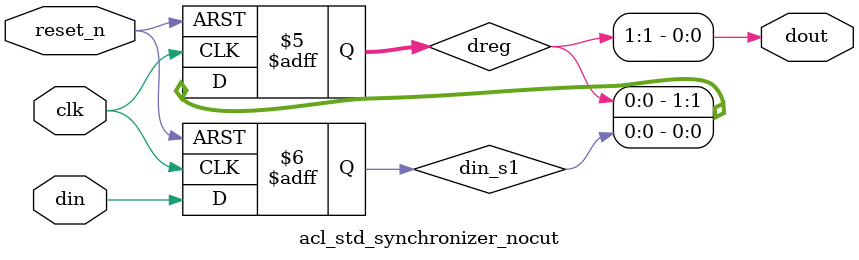
<source format=v>



//-----------------------------------------------------------------------------
//
// File: acl_std_synchronizer_nocut.v
//
// Abstract: Single bit clock domain crossing synchronizer. Exactly the same
//           as altera_std_synchronizer.v, except that the embedded false
//           path constraint is removed in this module. If you use this
//           module, you will have to apply the appropriate timing
//           constraints.
//
//           We expect to make this a standard Quartus atom eventually.
//
//           Composed of two or more flip flops connected in series.
//           Random metastable condition is simulated when the
//           __ALTERA_STD__METASTABLE_SIM macro is defined.
//           Use +define+__ALTERA_STD__METASTABLE_SIM argument
//           on the Verilog simulator compiler command line to
//           enable this mode. In addition, define the macro
//           __ALTERA_STD__METASTABLE_SIM_VERBOSE to get console output
//           with every metastable event generated in the synchronizer.
//
// Copyright (C) Altera Corporation 2009, All Rights Reserved
//-----------------------------------------------------------------------------

module acl_std_synchronizer_nocut (
                                clk,
                                reset_n,
                                din,
                                dout
                                );

   parameter depth = 3; // This value must be >= 2 !
   parameter rst_value = 0;

   input   clk;
   input   reset_n;
   input   din;
   output  dout;

   // QuartusII synthesis directives:
   //     1. Preserve all registers ie. do not touch them.
   //     2. Do not merge other flip-flops with synchronizer flip-flops.
   // QuartusII TimeQuest directives:
   //     1. Identify all flip-flops in this module as members of the synchronizer
   //        to enable automatic metastability MTBF analysis.

   (* altera_attribute = {"-name ADV_NETLIST_OPT_ALLOWED NEVER_ALLOW; -name SYNCHRONIZER_IDENTIFICATION FORCED; -name DONT_MERGE_REGISTER ON; -name PRESERVE_REGISTER ON  "} *) reg din_s1;

   (* altera_attribute = {"-name ADV_NETLIST_OPT_ALLOWED NEVER_ALLOW; -name DONT_MERGE_REGISTER ON; -name PRESERVE_REGISTER ON"} *) reg [depth-2:0] dreg;

   //synthesis translate_off
   initial begin
      if (depth <2) begin
         $display("%m: Error: synchronizer length: %0d less than 2.", depth);
      end
   end

   // the first synchronizer register is either a simple D flop for synthesis
   // and non-metastable simulation or a D flop with a method to inject random
   // metastable events resulting in random delay of [0,1] cycles

`ifdef __ALTERA_STD__METASTABLE_SIM

   reg[31:0]  RANDOM_SEED = 123456;
   wire  next_din_s1;
   wire  dout;
   reg   din_last;
   reg          random;
   event metastable_event; // hook for debug monitoring

   initial begin
      $display("%m: Info: Metastable event injection simulation mode enabled");
   end

   always @(posedge clk) begin
      if (reset_n == 0)
        random <= $random(RANDOM_SEED);
      else
        random <= $random;
   end

   assign next_din_s1 = (din_last ^ din) ? random : din;

   always @(posedge clk or negedge reset_n) begin
       if (reset_n == 0)
         din_last <= (rst_value == 0)? 1'b0 : 1'b1;
       else
         din_last <= din;
   end

   always @(posedge clk or negedge reset_n) begin
       if (reset_n == 0)
         din_s1 <= (rst_value == 0)? 1'b0 : 1'b1;
       else
         din_s1 <= next_din_s1;
   end

`else

   //synthesis translate_on
   generate if (rst_value == 0)
       always @(posedge clk or negedge reset_n) begin
           if (reset_n == 0)
             din_s1 <= 1'b0;
           else
             din_s1 <= din;
       end
   endgenerate

   generate if (rst_value == 1)
       always @(posedge clk or negedge reset_n) begin
           if (reset_n == 0)
             din_s1 <= 1'b1;
           else
             din_s1 <= din;
       end
   endgenerate
   //synthesis translate_off

`endif

`ifdef __ALTERA_STD__METASTABLE_SIM_VERBOSE
   always @(*) begin
      if (reset_n && (din_last != din) && (random != din)) begin
         $display("%m: Verbose Info: metastable event @ time %t", $time);
         ->metastable_event;
      end
   end
`endif

   //synthesis translate_on

   // the remaining synchronizer registers form a simple shift register
   // of length depth-1
   generate if (rst_value == 0)
      if (depth < 3) begin
         always @(posedge clk or negedge reset_n) begin
            if (reset_n == 0)
              dreg <= {depth-1{1'b0}};
            else
              dreg <= din_s1;
         end
      end else begin
         always @(posedge clk or negedge reset_n) begin
            if (reset_n == 0)
              dreg <= {depth-1{1'b0}};
            else
              dreg <= {dreg[depth-3:0], din_s1};
         end
      end
   endgenerate

   generate if (rst_value == 1)
      if (depth < 3) begin
         always @(posedge clk or negedge reset_n) begin
            if (reset_n == 0)
              dreg <= {depth-1{1'b1}};
            else
              dreg <= din_s1;
         end
      end else begin
         always @(posedge clk or negedge reset_n) begin
            if (reset_n == 0)
              dreg <= {depth-1{1'b1}};
            else
              dreg <= {dreg[depth-3:0], din_s1};
         end
      end
   endgenerate

   assign dout = dreg[depth-2];

endmodule




</source>
